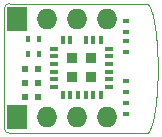
<source format=gbp>
G04 #@! TF.FileFunction,Paste,Bot*
%FSLAX46Y46*%
G04 Gerber Fmt 4.6, Leading zero omitted, Abs format (unit mm)*
G04 Created by KiCad (PCBNEW 4.0.2+e4-6225~38~ubuntu14.04.1-stable) date Wed Aug  3 13:30:16 2016*
%MOMM*%
G01*
G04 APERTURE LIST*
%ADD10C,0.350000*%
%ADD11C,0.050000*%
%ADD12R,1.727200X2.032000*%
%ADD13O,1.727200X1.727200*%
%ADD14R,0.600000X0.400000*%
%ADD15R,0.600000X0.500000*%
%ADD16R,0.400000X0.600000*%
%ADD17R,0.750000X0.300000*%
%ADD18R,0.300000X0.750000*%
%ADD19R,0.960000X0.960000*%
G04 APERTURE END LIST*
D10*
D11*
X17450000Y-18000000D02*
G75*
G03X17000000Y-18470000I10000J-460000D01*
G01*
X17000000Y-28550000D02*
G75*
G03X17470000Y-29000000I460000J10000D01*
G01*
X17000000Y-18480000D02*
X17000000Y-28530000D01*
X29000000Y-18000000D02*
X17460000Y-18000000D01*
X17460000Y-29000000D02*
X29000000Y-29000000D01*
X30000000Y-23500000D02*
X30000000Y-23370000D01*
X30000000Y-23370000D02*
X30000000Y-23230000D01*
X30000000Y-23230000D02*
X30000000Y-23100000D01*
X30000000Y-23100000D02*
X30000000Y-22960000D01*
X30000000Y-22960000D02*
X29990000Y-22830000D01*
X29990000Y-22830000D02*
X29990000Y-22690000D01*
X29990000Y-22690000D02*
X29990000Y-22560000D01*
X29990000Y-22560000D02*
X29980000Y-22430000D01*
X29980000Y-22430000D02*
X29980000Y-22290000D01*
X29980000Y-22290000D02*
X29970000Y-22160000D01*
X29970000Y-22160000D02*
X29960000Y-22030000D01*
X29960000Y-22030000D02*
X29960000Y-21900000D01*
X29960000Y-21900000D02*
X29950000Y-21770000D01*
X29950000Y-21770000D02*
X29940000Y-21650000D01*
X29940000Y-21650000D02*
X29930000Y-21520000D01*
X29930000Y-21520000D02*
X29920000Y-21400000D01*
X29920000Y-21400000D02*
X29910000Y-21270000D01*
X29910000Y-21270000D02*
X29900000Y-21150000D01*
X29900000Y-21150000D02*
X29890000Y-21030000D01*
X29890000Y-21030000D02*
X29880000Y-20910000D01*
X29880000Y-20910000D02*
X29870000Y-20790000D01*
X29870000Y-20790000D02*
X29860000Y-20670000D01*
X29860000Y-20670000D02*
X29840000Y-20560000D01*
X29840000Y-20560000D02*
X29830000Y-20440000D01*
X29830000Y-20440000D02*
X29820000Y-20330000D01*
X29820000Y-20330000D02*
X29800000Y-20220000D01*
X29800000Y-20220000D02*
X29790000Y-20120000D01*
X29790000Y-20120000D02*
X29770000Y-20010000D01*
X29770000Y-20010000D02*
X29760000Y-19910000D01*
X29760000Y-19910000D02*
X29740000Y-19810000D01*
X29740000Y-19810000D02*
X29720000Y-19710000D01*
X29720000Y-19710000D02*
X29710000Y-19610000D01*
X29710000Y-19610000D02*
X29690000Y-19520000D01*
X29690000Y-19520000D02*
X29670000Y-19420000D01*
X29670000Y-19420000D02*
X29650000Y-19340000D01*
X29650000Y-19340000D02*
X29630000Y-19250000D01*
X29630000Y-19250000D02*
X29620000Y-19160000D01*
X29620000Y-19160000D02*
X29600000Y-19080000D01*
X29600000Y-19080000D02*
X29580000Y-19000000D01*
X29580000Y-19000000D02*
X29560000Y-18930000D01*
X29560000Y-18930000D02*
X29530000Y-18850000D01*
X29530000Y-18850000D02*
X29510000Y-18780000D01*
X29510000Y-18780000D02*
X29490000Y-18710000D01*
X29490000Y-18710000D02*
X29470000Y-18650000D01*
X29470000Y-18650000D02*
X29450000Y-18590000D01*
X29450000Y-18590000D02*
X29430000Y-18530000D01*
X29430000Y-18530000D02*
X29410000Y-18470000D01*
X29410000Y-18470000D02*
X29380000Y-18420000D01*
X29380000Y-18420000D02*
X29360000Y-18370000D01*
X29360000Y-18370000D02*
X29340000Y-18320000D01*
X29340000Y-18320000D02*
X29310000Y-18280000D01*
X29310000Y-18280000D02*
X29290000Y-18240000D01*
X29290000Y-18240000D02*
X29270000Y-18200000D01*
X29270000Y-18200000D02*
X29240000Y-18160000D01*
X29240000Y-18160000D02*
X29220000Y-18130000D01*
X29220000Y-18130000D02*
X29200000Y-18110000D01*
X29200000Y-18110000D02*
X29170000Y-18080000D01*
X29170000Y-18080000D02*
X29150000Y-18060000D01*
X29150000Y-18060000D02*
X29120000Y-18040000D01*
X29120000Y-18040000D02*
X29100000Y-18030000D01*
X29100000Y-18030000D02*
X29070000Y-18010000D01*
X29070000Y-18010000D02*
X29050000Y-18010000D01*
X29050000Y-18010000D02*
X29020000Y-18000000D01*
X29020000Y-18000000D02*
X29000000Y-18000000D01*
X29000000Y-29000000D02*
X29020000Y-29000000D01*
X29020000Y-29000000D02*
X29050000Y-28990000D01*
X29050000Y-28990000D02*
X29070000Y-28990000D01*
X29070000Y-28990000D02*
X29100000Y-28970000D01*
X29100000Y-28970000D02*
X29120000Y-28960000D01*
X29120000Y-28960000D02*
X29150000Y-28940000D01*
X29150000Y-28940000D02*
X29170000Y-28920000D01*
X29170000Y-28920000D02*
X29200000Y-28890000D01*
X29200000Y-28890000D02*
X29220000Y-28870000D01*
X29220000Y-28870000D02*
X29240000Y-28840000D01*
X29240000Y-28840000D02*
X29270000Y-28800000D01*
X29270000Y-28800000D02*
X29290000Y-28760000D01*
X29290000Y-28760000D02*
X29310000Y-28720000D01*
X29310000Y-28720000D02*
X29340000Y-28680000D01*
X29340000Y-28680000D02*
X29360000Y-28630000D01*
X29360000Y-28630000D02*
X29380000Y-28580000D01*
X29380000Y-28580000D02*
X29410000Y-28530000D01*
X29410000Y-28530000D02*
X29430000Y-28470000D01*
X29430000Y-28470000D02*
X29450000Y-28410000D01*
X29450000Y-28410000D02*
X29470000Y-28350000D01*
X29470000Y-28350000D02*
X29490000Y-28290000D01*
X29490000Y-28290000D02*
X29510000Y-28220000D01*
X29510000Y-28220000D02*
X29530000Y-28150000D01*
X29530000Y-28150000D02*
X29560000Y-28070000D01*
X29560000Y-28070000D02*
X29580000Y-28000000D01*
X29580000Y-28000000D02*
X29600000Y-27920000D01*
X29600000Y-27920000D02*
X29620000Y-27840000D01*
X29620000Y-27840000D02*
X29630000Y-27750000D01*
X29630000Y-27750000D02*
X29650000Y-27660000D01*
X29650000Y-27660000D02*
X29670000Y-27580000D01*
X29670000Y-27580000D02*
X29690000Y-27480000D01*
X29690000Y-27480000D02*
X29710000Y-27390000D01*
X29710000Y-27390000D02*
X29720000Y-27290000D01*
X29720000Y-27290000D02*
X29740000Y-27190000D01*
X29740000Y-27190000D02*
X29760000Y-27090000D01*
X29760000Y-27090000D02*
X29770000Y-26990000D01*
X29770000Y-26990000D02*
X29790000Y-26880000D01*
X29790000Y-26880000D02*
X29800000Y-26780000D01*
X29800000Y-26780000D02*
X29820000Y-26670000D01*
X29820000Y-26670000D02*
X29830000Y-26560000D01*
X29830000Y-26560000D02*
X29840000Y-26440000D01*
X29840000Y-26440000D02*
X29860000Y-26330000D01*
X29860000Y-26330000D02*
X29870000Y-26210000D01*
X29870000Y-26210000D02*
X29880000Y-26090000D01*
X29880000Y-26090000D02*
X29890000Y-25970000D01*
X29890000Y-25970000D02*
X29900000Y-25850000D01*
X29900000Y-25850000D02*
X29910000Y-25730000D01*
X29910000Y-25730000D02*
X29920000Y-25600000D01*
X29920000Y-25600000D02*
X29930000Y-25480000D01*
X29930000Y-25480000D02*
X29940000Y-25350000D01*
X29940000Y-25350000D02*
X29950000Y-25230000D01*
X29950000Y-25230000D02*
X29960000Y-25100000D01*
X29960000Y-25100000D02*
X29960000Y-24970000D01*
X29960000Y-24970000D02*
X29970000Y-24840000D01*
X29970000Y-24840000D02*
X29980000Y-24710000D01*
X29980000Y-24710000D02*
X29980000Y-24570000D01*
X29980000Y-24570000D02*
X29990000Y-24440000D01*
X29990000Y-24440000D02*
X29990000Y-24310000D01*
X29990000Y-24310000D02*
X29990000Y-24170000D01*
X29990000Y-24170000D02*
X30000000Y-24040000D01*
X30000000Y-24040000D02*
X30000000Y-23900000D01*
X30000000Y-23900000D02*
X30000000Y-23770000D01*
X30000000Y-23770000D02*
X30000000Y-23630000D01*
X30000000Y-23630000D02*
X30000000Y-23500000D01*
D12*
X18060000Y-27650000D03*
D13*
X20600000Y-27650000D03*
X23140000Y-27650000D03*
X25680000Y-27650000D03*
D14*
X27300000Y-25450000D03*
X27300000Y-24550000D03*
X27300000Y-20410000D03*
X27300000Y-19510000D03*
D15*
X18775000Y-25950000D03*
X19875000Y-25950000D03*
X19875000Y-23550000D03*
X18775000Y-23550000D03*
X19875000Y-24750000D03*
X18775000Y-24750000D03*
D14*
X27300000Y-26450000D03*
X27300000Y-27350000D03*
X27300000Y-22100000D03*
X27300000Y-21200000D03*
D16*
X19050000Y-22300000D03*
X19950000Y-22300000D03*
X19050000Y-21000000D03*
X19950000Y-21000000D03*
D12*
X18070000Y-19350000D03*
D13*
X20610000Y-19350000D03*
X23150000Y-19350000D03*
X25690000Y-19350000D03*
D17*
X25900000Y-21825000D03*
X25900000Y-22475000D03*
X25900000Y-23125000D03*
X25900000Y-23775000D03*
X25900000Y-24425000D03*
X25900000Y-25075000D03*
D18*
X25200000Y-25775000D03*
X24550000Y-25775000D03*
X23900000Y-25775000D03*
X23250000Y-25775000D03*
X22600000Y-25775000D03*
X21950000Y-25775000D03*
D17*
X21250000Y-25075000D03*
X21250000Y-24425000D03*
X21250000Y-23775000D03*
X21250000Y-23125000D03*
X21250000Y-22475000D03*
X21250000Y-21825000D03*
D18*
X21950000Y-21125000D03*
X22600000Y-21125000D03*
X23900000Y-21125000D03*
X24550000Y-21125000D03*
X25200000Y-21125000D03*
D19*
X22775000Y-24250000D03*
X22775000Y-22650000D03*
X24375000Y-24250000D03*
X24375000Y-22650000D03*
M02*

</source>
